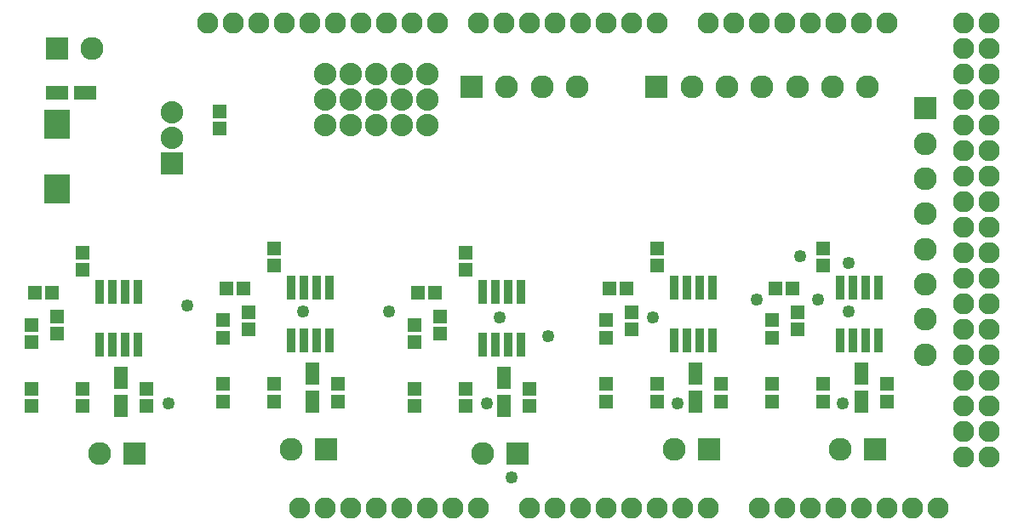
<source format=gts>
G04 MADE WITH FRITZING*
G04 WWW.FRITZING.ORG*
G04 DOUBLE SIDED*
G04 HOLES PLATED*
G04 CONTOUR ON CENTER OF CONTOUR VECTOR*
%ASAXBY*%
%FSLAX23Y23*%
%MOIN*%
%OFA0B0*%
%SFA1.0B1.0*%
%ADD10C,0.088000*%
%ADD11C,0.090000*%
%ADD12C,0.082917*%
%ADD13C,0.049370*%
%ADD14R,0.090000X0.090000*%
%ADD15R,0.088000X0.088000*%
%ADD16R,0.104488X0.112362*%
%ADD17R,0.088740X0.057244*%
%ADD18R,0.053307X0.057244*%
%ADD19R,0.034000X0.097000*%
%ADD20R,0.057244X0.088740*%
%ADD21R,0.057244X0.053307*%
%LNMASK1*%
G90*
G70*
G54D10*
X1500Y1807D03*
X1500Y1707D03*
X1500Y1607D03*
X1200Y1807D03*
X1200Y1707D03*
X1200Y1607D03*
X1300Y1807D03*
X1300Y1707D03*
X1300Y1607D03*
X1400Y1807D03*
X1400Y1707D03*
X1400Y1607D03*
X1600Y1807D03*
X1600Y1707D03*
X1600Y1607D03*
G54D11*
X3550Y1671D03*
X3550Y1534D03*
X3550Y1396D03*
X3550Y1258D03*
X3550Y1120D03*
X3550Y982D03*
X3550Y845D03*
X3550Y707D03*
X1775Y1757D03*
X1912Y1757D03*
X2050Y1757D03*
X2188Y1757D03*
G54D10*
X600Y1457D03*
X600Y1557D03*
X600Y1657D03*
G54D12*
X3000Y107D03*
X1400Y107D03*
X3100Y107D03*
X3200Y107D03*
X3300Y107D03*
X3400Y107D03*
X3700Y1507D03*
X3500Y107D03*
X3600Y107D03*
X1440Y2007D03*
X2000Y107D03*
X2100Y107D03*
X2200Y107D03*
X2300Y107D03*
X3700Y707D03*
X2400Y107D03*
X2500Y107D03*
X2600Y107D03*
X2700Y107D03*
X2200Y2007D03*
X3700Y1907D03*
X3700Y1107D03*
X3700Y307D03*
X1040Y2007D03*
X1800Y107D03*
X1800Y2007D03*
X3700Y1707D03*
X3700Y1307D03*
X3700Y907D03*
X3400Y2007D03*
X3700Y507D03*
X3300Y2007D03*
X3200Y2007D03*
X3100Y2007D03*
X3000Y2007D03*
X2900Y2007D03*
X2800Y2007D03*
X2700Y2007D03*
X840Y2007D03*
X1240Y2007D03*
X1640Y2007D03*
X1200Y107D03*
X1600Y107D03*
X2400Y2007D03*
X2000Y2007D03*
X3700Y2007D03*
X3700Y1807D03*
X3700Y1607D03*
X3700Y1407D03*
X3700Y1207D03*
X3700Y1007D03*
X3700Y807D03*
X3700Y607D03*
X3700Y407D03*
X740Y2007D03*
X940Y2007D03*
X1140Y2007D03*
X1340Y2007D03*
X1540Y2007D03*
X1100Y107D03*
X1300Y107D03*
X1500Y107D03*
X1700Y107D03*
X2500Y2007D03*
X2300Y2007D03*
X2100Y2007D03*
X1900Y2007D03*
X3800Y2007D03*
X3800Y1907D03*
X3800Y1807D03*
X3800Y1707D03*
X3800Y1607D03*
X3800Y1507D03*
X3800Y1407D03*
X3800Y1307D03*
X3800Y1207D03*
X3800Y1107D03*
X3800Y1007D03*
X3800Y907D03*
X3800Y807D03*
X3800Y707D03*
X3800Y607D03*
X3800Y507D03*
X3800Y407D03*
X3800Y307D03*
X2900Y107D03*
G54D11*
X2499Y1757D03*
X2637Y1757D03*
X2775Y1757D03*
X2912Y1757D03*
X3050Y1757D03*
X3188Y1757D03*
X3326Y1757D03*
X150Y1907D03*
X288Y1907D03*
X455Y320D03*
X318Y320D03*
X1205Y337D03*
X1068Y337D03*
X1955Y320D03*
X1818Y320D03*
X2705Y337D03*
X2568Y337D03*
X3355Y337D03*
X3218Y337D03*
G54D13*
X3132Y923D03*
X2892Y923D03*
X588Y515D03*
X3252Y875D03*
X3228Y515D03*
X2484Y851D03*
X2580Y515D03*
X1884Y851D03*
X1836Y515D03*
X1116Y875D03*
X3060Y1091D03*
X660Y899D03*
X3252Y1067D03*
X2076Y779D03*
X1452Y875D03*
X1932Y227D03*
G54D14*
X3550Y1671D03*
X1775Y1757D03*
G54D15*
X600Y1457D03*
G54D16*
X150Y1357D03*
X150Y1609D03*
G54D17*
X260Y1731D03*
X150Y1731D03*
G54D18*
X789Y1591D03*
X789Y1658D03*
X50Y574D03*
X50Y507D03*
X2300Y591D03*
X2300Y524D03*
X2950Y591D03*
X2950Y524D03*
X1550Y574D03*
X1550Y507D03*
X800Y591D03*
X800Y524D03*
X250Y1040D03*
X250Y1107D03*
X3150Y1057D03*
X3150Y1124D03*
X2500Y1057D03*
X2500Y1124D03*
X1750Y1040D03*
X1750Y1107D03*
X1000Y1057D03*
X1000Y1124D03*
G54D14*
X2499Y1757D03*
X150Y1907D03*
G54D18*
X500Y574D03*
X500Y507D03*
X3400Y591D03*
X3400Y524D03*
X2750Y591D03*
X2750Y524D03*
X2000Y574D03*
X2000Y507D03*
X1250Y591D03*
X1250Y524D03*
X50Y824D03*
X50Y757D03*
X2950Y841D03*
X2950Y774D03*
X2300Y841D03*
X2300Y774D03*
X800Y841D03*
X800Y774D03*
X1550Y824D03*
X1550Y757D03*
G54D14*
X455Y320D03*
G54D19*
X368Y746D03*
X318Y952D03*
X418Y952D03*
X418Y746D03*
X368Y952D03*
X468Y746D03*
X468Y952D03*
X318Y746D03*
X1868Y746D03*
X1818Y952D03*
X1918Y952D03*
X1918Y746D03*
X1868Y952D03*
X1968Y746D03*
X1968Y952D03*
X1818Y746D03*
X1118Y763D03*
X1068Y969D03*
X1168Y969D03*
X1168Y763D03*
X1118Y969D03*
X1218Y763D03*
X1218Y969D03*
X1068Y763D03*
X2618Y763D03*
X2568Y969D03*
X2668Y969D03*
X2668Y763D03*
X2618Y969D03*
X2718Y763D03*
X2718Y969D03*
X2568Y763D03*
X3268Y763D03*
X3218Y969D03*
X3318Y969D03*
X3318Y763D03*
X3268Y969D03*
X3368Y763D03*
X3368Y969D03*
X3218Y763D03*
G54D20*
X400Y507D03*
X400Y617D03*
X2650Y524D03*
X2650Y634D03*
X1900Y507D03*
X1900Y617D03*
X1150Y524D03*
X1150Y634D03*
X3300Y524D03*
X3300Y634D03*
G54D18*
X250Y574D03*
X250Y507D03*
X3150Y591D03*
X3150Y524D03*
X2500Y591D03*
X2500Y524D03*
X1000Y591D03*
X1000Y524D03*
X1750Y574D03*
X1750Y507D03*
G54D21*
X131Y948D03*
X64Y948D03*
X3030Y965D03*
X2964Y965D03*
X2380Y965D03*
X2314Y965D03*
X881Y965D03*
X814Y965D03*
X1631Y948D03*
X1564Y948D03*
G54D18*
X150Y790D03*
X150Y857D03*
X3050Y807D03*
X3050Y874D03*
X2400Y807D03*
X2400Y874D03*
X900Y807D03*
X900Y874D03*
X1650Y790D03*
X1650Y857D03*
G54D14*
X1205Y337D03*
X1955Y320D03*
X2705Y337D03*
X3355Y337D03*
G04 End of Mask1*
M02*
</source>
